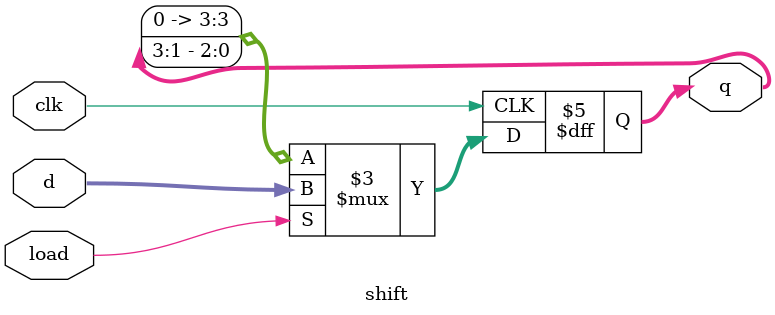
<source format=v>
`timescale 1ns / 1ps
module shift(
    input clk,      
    input [3:0] d,  
    input load,  
    output reg [3:0] q 
);

always @(posedge clk) begin
    if(load)
        q <= d;
    else 
        q <= {1'b0, q[3:1]};
end

endmodule
</source>
